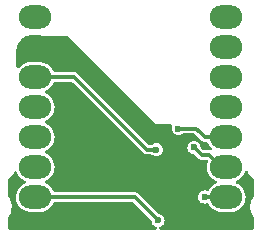
<source format=gbl>
G04 #@! TF.GenerationSoftware,KiCad,Pcbnew,(6.0.9)*
G04 #@! TF.CreationDate,2023-04-01T11:22:45+09:00*
G04 #@! TF.ProjectId,MainBoard,4d61696e-426f-4617-9264-2e6b69636164,rev?*
G04 #@! TF.SameCoordinates,Original*
G04 #@! TF.FileFunction,Copper,L2,Bot*
G04 #@! TF.FilePolarity,Positive*
%FSLAX46Y46*%
G04 Gerber Fmt 4.6, Leading zero omitted, Abs format (unit mm)*
G04 Created by KiCad (PCBNEW (6.0.9)) date 2023-04-01 11:22:45*
%MOMM*%
%LPD*%
G01*
G04 APERTURE LIST*
G04 #@! TA.AperFunction,SMDPad,CuDef*
%ADD10O,2.748280X1.998980*%
G04 #@! TD*
G04 #@! TA.AperFunction,ViaPad*
%ADD11C,0.600000*%
G04 #@! TD*
G04 #@! TA.AperFunction,Conductor*
%ADD12C,0.300000*%
G04 #@! TD*
G04 APERTURE END LIST*
D10*
X155101290Y-99172490D03*
X155101290Y-101712490D03*
X155101290Y-104252490D03*
X155101290Y-106792490D03*
X155101290Y-109332490D03*
X155101290Y-111872490D03*
X155101290Y-114412490D03*
X138936730Y-114412490D03*
X138936730Y-111872490D03*
X138936730Y-109332490D03*
X138936730Y-106792490D03*
X138936730Y-104252490D03*
X138936730Y-101712490D03*
X138936730Y-99172490D03*
D11*
X149174200Y-110399290D03*
X138023600Y-116444490D03*
X140690600Y-101331490D03*
X147853400Y-108722890D03*
X156819600Y-113142490D03*
X142849600Y-108824490D03*
X144246600Y-104252490D03*
X143230600Y-110729490D03*
X146786600Y-106792490D03*
X155803600Y-116190490D03*
X143738600Y-107046490D03*
X141706600Y-105268490D03*
X137261600Y-113142490D03*
X148310600Y-116698490D03*
X150926800Y-112024890D03*
X145897600Y-115301490D03*
X143230600Y-112888490D03*
X146024600Y-112888490D03*
X141198600Y-107808490D03*
X151053800Y-108621290D03*
X152374600Y-110221490D03*
X153289000Y-114412490D03*
X149326600Y-116393690D03*
D12*
X142214600Y-104252490D02*
X138936730Y-104252490D01*
X149174200Y-110399290D02*
X148361400Y-110399290D01*
X148361400Y-110399290D02*
X142214600Y-104252490D01*
X152552400Y-108621290D02*
X151053800Y-108621290D01*
X152882600Y-108951490D02*
X152552400Y-108621290D01*
X155101290Y-109332490D02*
X153263600Y-109332490D01*
X153263600Y-109332490D02*
X152882600Y-108951490D01*
X155101290Y-111872490D02*
X154660600Y-111872490D01*
X154660600Y-111872490D02*
X153644600Y-110856490D01*
X153644600Y-110856490D02*
X153009600Y-110856490D01*
X153009600Y-110856490D02*
X152374600Y-110221490D01*
X155101290Y-114412490D02*
X153289000Y-114412490D01*
X138936730Y-114412490D02*
X147345400Y-114412490D01*
X147345400Y-114412490D02*
X149326600Y-116393690D01*
G04 #@! TA.AperFunction,Conductor*
G36*
X137332407Y-112233363D02*
G01*
X137377284Y-112288378D01*
X137381595Y-112300238D01*
X137396354Y-112348214D01*
X137398924Y-112353194D01*
X137398926Y-112353198D01*
X137496450Y-112542147D01*
X137499021Y-112547128D01*
X137635290Y-112724717D01*
X137655672Y-112743263D01*
X137796707Y-112871595D01*
X137796710Y-112871597D01*
X137800854Y-112875368D01*
X137805606Y-112878349D01*
X137985723Y-112991337D01*
X137985727Y-112991339D01*
X137990479Y-112994320D01*
X138067043Y-113025099D01*
X138122785Y-113069063D01*
X138145910Y-113136188D01*
X138129073Y-113205159D01*
X138074288Y-113255730D01*
X138005436Y-113288571D01*
X137921167Y-113328765D01*
X137916606Y-113332042D01*
X137916605Y-113332043D01*
X137808657Y-113409612D01*
X137739385Y-113459389D01*
X137583607Y-113620138D01*
X137580480Y-113624792D01*
X137461884Y-113801281D01*
X137461881Y-113801286D01*
X137458758Y-113805934D01*
X137368784Y-114010901D01*
X137367475Y-114016352D01*
X137367474Y-114016356D01*
X137346442Y-114103963D01*
X137316528Y-114228563D01*
X137316205Y-114234168D01*
X137306395Y-114404302D01*
X137303642Y-114452038D01*
X137330534Y-114674263D01*
X137396354Y-114888214D01*
X137398924Y-114893194D01*
X137398926Y-114893198D01*
X137479139Y-115048608D01*
X137499021Y-115087128D01*
X137635290Y-115264717D01*
X137639439Y-115268492D01*
X137796707Y-115411595D01*
X137796710Y-115411597D01*
X137800854Y-115415368D01*
X137805606Y-115418349D01*
X137985723Y-115531337D01*
X137985727Y-115531339D01*
X137990479Y-115534320D01*
X138198172Y-115617812D01*
X138417367Y-115663205D01*
X138421978Y-115663471D01*
X138421979Y-115663471D01*
X138472344Y-115666375D01*
X138472348Y-115666375D01*
X138474167Y-115666480D01*
X139368176Y-115666480D01*
X139370963Y-115666231D01*
X139370969Y-115666231D01*
X139440195Y-115660052D01*
X139534340Y-115651650D01*
X139750253Y-115592583D01*
X139755311Y-115590171D01*
X139755315Y-115590169D01*
X139947226Y-115498632D01*
X139947227Y-115498631D01*
X139952293Y-115496215D01*
X140060655Y-115418349D01*
X140129515Y-115368868D01*
X140129517Y-115368866D01*
X140134075Y-115365591D01*
X140289853Y-115204842D01*
X140372300Y-115082147D01*
X140411576Y-115023699D01*
X140411579Y-115023694D01*
X140414702Y-115019046D01*
X140416958Y-115013907D01*
X140470321Y-114892344D01*
X140516017Y-114838009D01*
X140585694Y-114816990D01*
X147125660Y-114816990D01*
X147193781Y-114836992D01*
X147214755Y-114853895D01*
X148739006Y-116378146D01*
X148773032Y-116440458D01*
X148774832Y-116450789D01*
X148786372Y-116538444D01*
X148842245Y-116673332D01*
X148931126Y-116789164D01*
X148937676Y-116794190D01*
X148937679Y-116794193D01*
X149040404Y-116873017D01*
X149046957Y-116878045D01*
X149151709Y-116921435D01*
X149166547Y-116927581D01*
X149221828Y-116972129D01*
X149244249Y-117039493D01*
X149226691Y-117108284D01*
X149174729Y-117156662D01*
X149118329Y-117169990D01*
X136752600Y-117169990D01*
X136684479Y-117149988D01*
X136637986Y-117096332D01*
X136626600Y-117043990D01*
X136626600Y-116156867D01*
X136646602Y-116088746D01*
X136651511Y-116081654D01*
X136673961Y-116051481D01*
X136739273Y-115963698D01*
X136766913Y-115909335D01*
X136844939Y-115755868D01*
X136844939Y-115755867D01*
X136847358Y-115751110D01*
X136897332Y-115590169D01*
X136916496Y-115528452D01*
X136916497Y-115528446D01*
X136918080Y-115523349D01*
X136949415Y-115286928D01*
X136940468Y-115048608D01*
X136891495Y-114815202D01*
X136889538Y-114810246D01*
X136889536Y-114810240D01*
X136805854Y-114598346D01*
X136803895Y-114593385D01*
X136699094Y-114420678D01*
X136682942Y-114394060D01*
X136682940Y-114394057D01*
X136680174Y-114389499D01*
X136657435Y-114363294D01*
X136627895Y-114298736D01*
X136626600Y-114280714D01*
X136626600Y-112969986D01*
X136646602Y-112901865D01*
X136669522Y-112875254D01*
X136813383Y-112749091D01*
X136813385Y-112749089D01*
X136816482Y-112746373D01*
X136972102Y-112568921D01*
X137103228Y-112372675D01*
X137148160Y-112281559D01*
X137196226Y-112229313D01*
X137264911Y-112211345D01*
X137332407Y-112233363D01*
G37*
G04 #@! TD.AperFunction*
G04 #@! TA.AperFunction,Conductor*
G36*
X141682060Y-100790992D02*
G01*
X141703034Y-100807895D01*
X149041081Y-108145942D01*
X149042837Y-108147976D01*
X149045175Y-108152759D01*
X149053704Y-108160671D01*
X149053705Y-108160672D01*
X149081077Y-108186063D01*
X149084482Y-108189343D01*
X149097877Y-108202738D01*
X149101847Y-108205462D01*
X149104495Y-108207787D01*
X149127246Y-108228891D01*
X149138053Y-108233203D01*
X149142038Y-108235722D01*
X149152847Y-108241494D01*
X149157152Y-108243401D01*
X149166746Y-108249983D01*
X149190699Y-108255667D01*
X149190736Y-108255676D01*
X149208332Y-108261241D01*
X149231222Y-108270373D01*
X149237515Y-108270990D01*
X149240597Y-108270990D01*
X149243667Y-108271140D01*
X149243656Y-108271356D01*
X149255031Y-108272688D01*
X149264345Y-108273143D01*
X149275666Y-108275830D01*
X149287195Y-108274261D01*
X149287196Y-108274261D01*
X149302773Y-108272141D01*
X149319764Y-108270990D01*
X150410139Y-108270990D01*
X150478260Y-108290992D01*
X150524753Y-108344648D01*
X150534857Y-108414922D01*
X150526548Y-108445208D01*
X150516732Y-108468907D01*
X150513572Y-108476536D01*
X150512495Y-108484720D01*
X150512494Y-108484722D01*
X150502862Y-108557885D01*
X150494515Y-108621290D01*
X150513572Y-108766044D01*
X150516731Y-108773670D01*
X150556439Y-108869532D01*
X150569445Y-108900932D01*
X150658326Y-109016764D01*
X150664876Y-109021790D01*
X150664879Y-109021793D01*
X150767604Y-109100617D01*
X150774157Y-109105645D01*
X150909046Y-109161518D01*
X151053800Y-109180575D01*
X151061988Y-109179497D01*
X151190366Y-109162596D01*
X151198554Y-109161518D01*
X151333443Y-109105645D01*
X151385950Y-109065355D01*
X151403578Y-109051828D01*
X151469798Y-109026227D01*
X151480282Y-109025790D01*
X152332660Y-109025790D01*
X152400781Y-109045792D01*
X152421755Y-109062695D01*
X152574065Y-109215005D01*
X152932274Y-109573213D01*
X153022877Y-109663816D01*
X153042764Y-109673949D01*
X153059622Y-109684281D01*
X153077671Y-109697394D01*
X153087106Y-109700459D01*
X153087107Y-109700460D01*
X153098896Y-109704291D01*
X153117160Y-109711856D01*
X153137045Y-109721988D01*
X153158569Y-109725397D01*
X153159093Y-109725480D01*
X153178318Y-109730096D01*
X153187733Y-109733155D01*
X153199534Y-109736989D01*
X153231762Y-109736989D01*
X153231766Y-109736990D01*
X153447718Y-109736990D01*
X153515839Y-109756992D01*
X153559168Y-109809115D01*
X153560914Y-109808214D01*
X153654116Y-109988789D01*
X153663581Y-110007128D01*
X153799850Y-110184717D01*
X153803999Y-110188492D01*
X153869872Y-110248432D01*
X153906795Y-110309073D01*
X153905072Y-110380048D01*
X153865250Y-110438825D01*
X153799972Y-110466742D01*
X153765360Y-110466074D01*
X153749110Y-110463500D01*
X153729887Y-110458885D01*
X153718100Y-110455055D01*
X153718098Y-110455055D01*
X153708666Y-110451990D01*
X153229340Y-110451990D01*
X153161219Y-110431988D01*
X153140244Y-110415085D01*
X152962193Y-110237033D01*
X152928168Y-110174721D01*
X152926367Y-110164384D01*
X152915906Y-110084922D01*
X152915905Y-110084920D01*
X152914828Y-110076736D01*
X152878399Y-109988789D01*
X152862115Y-109949476D01*
X152862114Y-109949474D01*
X152858955Y-109941848D01*
X152794604Y-109857984D01*
X152775101Y-109832567D01*
X152775100Y-109832566D01*
X152770074Y-109826016D01*
X152763524Y-109820990D01*
X152763521Y-109820987D01*
X152660796Y-109742163D01*
X152660794Y-109742162D01*
X152654243Y-109737135D01*
X152519354Y-109681262D01*
X152374600Y-109662205D01*
X152366412Y-109663283D01*
X152238032Y-109680184D01*
X152238030Y-109680185D01*
X152229846Y-109681262D01*
X152190900Y-109697394D01*
X152102586Y-109733975D01*
X152102584Y-109733976D01*
X152094958Y-109737135D01*
X151979126Y-109826016D01*
X151890245Y-109941848D01*
X151887086Y-109949474D01*
X151887085Y-109949476D01*
X151870801Y-109988789D01*
X151834372Y-110076736D01*
X151833295Y-110084920D01*
X151833294Y-110084922D01*
X151822833Y-110164384D01*
X151815315Y-110221490D01*
X151816393Y-110229678D01*
X151830700Y-110338349D01*
X151834372Y-110366244D01*
X151837531Y-110373870D01*
X151883603Y-110485096D01*
X151890245Y-110501132D01*
X151979126Y-110616964D01*
X151985676Y-110621990D01*
X151985679Y-110621993D01*
X152077431Y-110692397D01*
X152094957Y-110705845D01*
X152229846Y-110761718D01*
X152317494Y-110773257D01*
X152382421Y-110801979D01*
X152390143Y-110809083D01*
X152538558Y-110957497D01*
X152768877Y-111187816D01*
X152777708Y-111192316D01*
X152777710Y-111192317D01*
X152779840Y-111193402D01*
X152788760Y-111197947D01*
X152805613Y-111208274D01*
X152823671Y-111221395D01*
X152844895Y-111228291D01*
X152863161Y-111235856D01*
X152883045Y-111245988D01*
X152892838Y-111247539D01*
X152905087Y-111249479D01*
X152924313Y-111254095D01*
X152936100Y-111257925D01*
X152936102Y-111257925D01*
X152945534Y-111260990D01*
X153424860Y-111260990D01*
X153492981Y-111280992D01*
X153513955Y-111297895D01*
X153519315Y-111303255D01*
X153553341Y-111365567D01*
X153545593Y-111442996D01*
X153535601Y-111465759D01*
X153533344Y-111470901D01*
X153481088Y-111688563D01*
X153480765Y-111694168D01*
X153472440Y-111838549D01*
X153468202Y-111912038D01*
X153495094Y-112134263D01*
X153560914Y-112348214D01*
X153563484Y-112353194D01*
X153563486Y-112353198D01*
X153661010Y-112542147D01*
X153663581Y-112547128D01*
X153799850Y-112724717D01*
X153820232Y-112743263D01*
X153961267Y-112871595D01*
X153961270Y-112871597D01*
X153965414Y-112875368D01*
X153970166Y-112878349D01*
X154150283Y-112991337D01*
X154150287Y-112991339D01*
X154155039Y-112994320D01*
X154231603Y-113025099D01*
X154287345Y-113069063D01*
X154310470Y-113136188D01*
X154293633Y-113205159D01*
X154238848Y-113255730D01*
X154169996Y-113288571D01*
X154085727Y-113328765D01*
X154081166Y-113332042D01*
X154081165Y-113332043D01*
X153973217Y-113409612D01*
X153903945Y-113459389D01*
X153748167Y-113620138D01*
X153745040Y-113624792D01*
X153626444Y-113801281D01*
X153626441Y-113801286D01*
X153623318Y-113805934D01*
X153621065Y-113811067D01*
X153621062Y-113811072D01*
X153619111Y-113815517D01*
X153573414Y-113869852D01*
X153505596Y-113890855D01*
X153455522Y-113881278D01*
X153441387Y-113875423D01*
X153441380Y-113875421D01*
X153433754Y-113872262D01*
X153289000Y-113853205D01*
X153280812Y-113854283D01*
X153152432Y-113871184D01*
X153152430Y-113871185D01*
X153144246Y-113872262D01*
X153136619Y-113875421D01*
X153136620Y-113875421D01*
X153016986Y-113924975D01*
X153016984Y-113924976D01*
X153009358Y-113928135D01*
X152991122Y-113942128D01*
X152901295Y-114011055D01*
X152893526Y-114017016D01*
X152804645Y-114132848D01*
X152748772Y-114267736D01*
X152747695Y-114275920D01*
X152747694Y-114275922D01*
X152734183Y-114378549D01*
X152729715Y-114412490D01*
X152730793Y-114420678D01*
X152734922Y-114452038D01*
X152748772Y-114557244D01*
X152804645Y-114692132D01*
X152893526Y-114807964D01*
X152900076Y-114812990D01*
X152900079Y-114812993D01*
X153002804Y-114891817D01*
X153009357Y-114896845D01*
X153144246Y-114952718D01*
X153289000Y-114971775D01*
X153297188Y-114970697D01*
X153425568Y-114953796D01*
X153425570Y-114953795D01*
X153433754Y-114952718D01*
X153441384Y-114949558D01*
X153441386Y-114949557D01*
X153458903Y-114942302D01*
X153529493Y-114934713D01*
X153592979Y-114966493D01*
X153619086Y-115000921D01*
X153643699Y-115048608D01*
X153663581Y-115087128D01*
X153799850Y-115264717D01*
X153803999Y-115268492D01*
X153961267Y-115411595D01*
X153961270Y-115411597D01*
X153965414Y-115415368D01*
X153970166Y-115418349D01*
X154150283Y-115531337D01*
X154150287Y-115531339D01*
X154155039Y-115534320D01*
X154362732Y-115617812D01*
X154581927Y-115663205D01*
X154586538Y-115663471D01*
X154586539Y-115663471D01*
X154636904Y-115666375D01*
X154636908Y-115666375D01*
X154638727Y-115666480D01*
X155532736Y-115666480D01*
X155535523Y-115666231D01*
X155535529Y-115666231D01*
X155604755Y-115660052D01*
X155698900Y-115651650D01*
X155914813Y-115592583D01*
X155919871Y-115590171D01*
X155919875Y-115590169D01*
X156111786Y-115498632D01*
X156111787Y-115498631D01*
X156116853Y-115496215D01*
X156225215Y-115418349D01*
X156294075Y-115368868D01*
X156294077Y-115368866D01*
X156298635Y-115365591D01*
X156454413Y-115204842D01*
X156536860Y-115082147D01*
X156576136Y-115023699D01*
X156576139Y-115023694D01*
X156579262Y-115019046D01*
X156669236Y-114814079D01*
X156721492Y-114596417D01*
X156728362Y-114477282D01*
X156734055Y-114378549D01*
X156734055Y-114378546D01*
X156734378Y-114372942D01*
X156707486Y-114150717D01*
X156641666Y-113936766D01*
X156637518Y-113928728D01*
X156541570Y-113742833D01*
X156541569Y-113742832D01*
X156538999Y-113737852D01*
X156402730Y-113560263D01*
X156338919Y-113502199D01*
X156241313Y-113413385D01*
X156241310Y-113413383D01*
X156237166Y-113409612D01*
X156113511Y-113332043D01*
X156052297Y-113293643D01*
X156052293Y-113293641D01*
X156047541Y-113290660D01*
X155970977Y-113259881D01*
X155915235Y-113215917D01*
X155892110Y-113148792D01*
X155908947Y-113079821D01*
X155963732Y-113029250D01*
X156111786Y-112958632D01*
X156111787Y-112958631D01*
X156116853Y-112956215D01*
X156170725Y-112917504D01*
X156294075Y-112828868D01*
X156294077Y-112828866D01*
X156298635Y-112825591D01*
X156378417Y-112743263D01*
X156450510Y-112668870D01*
X156450512Y-112668867D01*
X156454413Y-112664842D01*
X156521173Y-112565492D01*
X156576136Y-112483699D01*
X156576139Y-112483694D01*
X156579262Y-112479046D01*
X156669236Y-112274079D01*
X156673042Y-112258226D01*
X156708394Y-112196657D01*
X156771421Y-112163974D01*
X156842112Y-112170555D01*
X156898023Y-112214309D01*
X156908567Y-112231912D01*
X156977980Y-112372670D01*
X157109106Y-112568915D01*
X157264726Y-112746366D01*
X157267823Y-112749082D01*
X157267825Y-112749084D01*
X157411678Y-112875240D01*
X157449705Y-112935194D01*
X157454600Y-112969972D01*
X157454600Y-114284113D01*
X157434598Y-114352234D01*
X157429694Y-114359318D01*
X157341927Y-114477282D01*
X157339511Y-114482033D01*
X157339509Y-114482037D01*
X157282897Y-114593385D01*
X157233842Y-114689870D01*
X157199207Y-114801413D01*
X157164704Y-114912528D01*
X157164703Y-114912534D01*
X157163120Y-114917631D01*
X157131785Y-115154052D01*
X157140732Y-115392372D01*
X157189705Y-115625778D01*
X157191662Y-115630734D01*
X157191664Y-115630740D01*
X157205779Y-115666480D01*
X157277305Y-115847595D01*
X157401026Y-116051481D01*
X157404521Y-116055509D01*
X157404522Y-116055510D01*
X157423765Y-116077685D01*
X157453305Y-116142244D01*
X157454600Y-116160266D01*
X157454600Y-117043990D01*
X157434598Y-117112111D01*
X157380942Y-117158604D01*
X157328600Y-117169990D01*
X149534871Y-117169990D01*
X149466750Y-117149988D01*
X149420257Y-117096332D01*
X149410153Y-117026058D01*
X149439647Y-116961478D01*
X149486653Y-116927581D01*
X149501491Y-116921435D01*
X149606243Y-116878045D01*
X149612796Y-116873017D01*
X149715521Y-116794193D01*
X149715524Y-116794190D01*
X149722074Y-116789164D01*
X149810955Y-116673332D01*
X149866828Y-116538444D01*
X149885885Y-116393690D01*
X149866828Y-116248936D01*
X149830099Y-116160266D01*
X149814115Y-116121676D01*
X149814114Y-116121674D01*
X149810955Y-116114048D01*
X149722074Y-115998216D01*
X149715524Y-115993190D01*
X149715521Y-115993187D01*
X149612796Y-115914363D01*
X149612794Y-115914362D01*
X149606243Y-115909335D01*
X149471354Y-115853462D01*
X149383704Y-115841923D01*
X149318778Y-115813201D01*
X149311056Y-115806096D01*
X147608915Y-114103955D01*
X147608911Y-114103952D01*
X147586123Y-114081164D01*
X147566244Y-114071035D01*
X147549389Y-114060706D01*
X147539353Y-114053415D01*
X147531329Y-114047585D01*
X147510104Y-114040689D01*
X147491838Y-114033123D01*
X147471955Y-114022992D01*
X147449913Y-114019501D01*
X147430687Y-114014885D01*
X147418900Y-114011055D01*
X147418898Y-114011055D01*
X147409466Y-114007990D01*
X140590302Y-114007990D01*
X140522181Y-113987988D01*
X140478852Y-113935865D01*
X140477106Y-113936766D01*
X140377010Y-113742833D01*
X140377009Y-113742832D01*
X140374439Y-113737852D01*
X140238170Y-113560263D01*
X140174359Y-113502199D01*
X140076753Y-113413385D01*
X140076750Y-113413383D01*
X140072606Y-113409612D01*
X139948951Y-113332043D01*
X139887737Y-113293643D01*
X139887733Y-113293641D01*
X139882981Y-113290660D01*
X139806417Y-113259881D01*
X139750675Y-113215917D01*
X139727550Y-113148792D01*
X139744387Y-113079821D01*
X139799172Y-113029250D01*
X139947226Y-112958632D01*
X139947227Y-112958631D01*
X139952293Y-112956215D01*
X140006165Y-112917504D01*
X140129515Y-112828868D01*
X140129517Y-112828866D01*
X140134075Y-112825591D01*
X140213857Y-112743263D01*
X140285950Y-112668870D01*
X140285952Y-112668867D01*
X140289853Y-112664842D01*
X140356613Y-112565492D01*
X140411576Y-112483699D01*
X140411579Y-112483694D01*
X140414702Y-112479046D01*
X140504676Y-112274079D01*
X140514800Y-112231912D01*
X140555622Y-112061874D01*
X140555622Y-112061873D01*
X140556932Y-112056417D01*
X140565257Y-111912038D01*
X140569495Y-111838549D01*
X140569495Y-111838546D01*
X140569818Y-111832942D01*
X140542926Y-111610717D01*
X140477106Y-111396766D01*
X140428842Y-111303255D01*
X140377010Y-111202833D01*
X140377009Y-111202832D01*
X140374439Y-111197852D01*
X140238170Y-111020263D01*
X140174359Y-110962199D01*
X140076753Y-110873385D01*
X140076750Y-110873383D01*
X140072606Y-110869612D01*
X139976115Y-110809083D01*
X139887737Y-110753643D01*
X139887733Y-110753641D01*
X139882981Y-110750660D01*
X139806417Y-110719881D01*
X139750675Y-110675917D01*
X139727550Y-110608792D01*
X139744387Y-110539821D01*
X139799172Y-110489250D01*
X139947226Y-110418632D01*
X139947227Y-110418631D01*
X139952293Y-110416215D01*
X139975847Y-110399290D01*
X140129515Y-110288868D01*
X140129517Y-110288866D01*
X140134075Y-110285591D01*
X140236143Y-110180266D01*
X140285950Y-110128870D01*
X140285952Y-110128867D01*
X140289853Y-110124842D01*
X140344958Y-110042837D01*
X140411576Y-109943699D01*
X140411579Y-109943694D01*
X140414702Y-109939046D01*
X140504676Y-109734079D01*
X140506741Y-109725480D01*
X140555622Y-109521874D01*
X140555622Y-109521873D01*
X140556932Y-109516417D01*
X140569818Y-109292942D01*
X140542926Y-109070717D01*
X140477106Y-108856766D01*
X140374439Y-108657852D01*
X140238170Y-108480263D01*
X140166361Y-108414922D01*
X140076753Y-108333385D01*
X140076750Y-108333383D01*
X140072606Y-108329612D01*
X140009402Y-108289964D01*
X139887737Y-108213643D01*
X139887733Y-108213641D01*
X139882981Y-108210660D01*
X139806417Y-108179881D01*
X139750675Y-108135917D01*
X139727550Y-108068792D01*
X139744387Y-107999821D01*
X139799172Y-107949250D01*
X139947226Y-107878632D01*
X139947227Y-107878631D01*
X139952293Y-107876215D01*
X140053520Y-107803476D01*
X140129515Y-107748868D01*
X140129517Y-107748866D01*
X140134075Y-107745591D01*
X140289853Y-107584842D01*
X140368953Y-107467128D01*
X140411576Y-107403699D01*
X140411579Y-107403694D01*
X140414702Y-107399046D01*
X140504676Y-107194079D01*
X140529998Y-107088608D01*
X140555622Y-106981874D01*
X140555622Y-106981873D01*
X140556932Y-106976417D01*
X140569818Y-106752942D01*
X140542926Y-106530717D01*
X140477106Y-106316766D01*
X140374439Y-106117852D01*
X140238170Y-105940263D01*
X140174359Y-105882199D01*
X140076753Y-105793385D01*
X140076750Y-105793383D01*
X140072606Y-105789612D01*
X139948951Y-105712043D01*
X139887737Y-105673643D01*
X139887733Y-105673641D01*
X139882981Y-105670660D01*
X139806417Y-105639881D01*
X139750675Y-105595917D01*
X139727550Y-105528792D01*
X139744387Y-105459821D01*
X139799172Y-105409250D01*
X139947226Y-105338632D01*
X139947227Y-105338631D01*
X139952293Y-105336215D01*
X140060655Y-105258349D01*
X140129515Y-105208868D01*
X140129517Y-105208866D01*
X140134075Y-105205591D01*
X140289853Y-105044842D01*
X140368953Y-104927128D01*
X140411576Y-104863699D01*
X140411579Y-104863694D01*
X140414702Y-104859046D01*
X140416958Y-104853907D01*
X140470321Y-104732344D01*
X140516017Y-104678009D01*
X140585694Y-104656990D01*
X141994860Y-104656990D01*
X142062981Y-104676992D01*
X142083955Y-104693895D01*
X148097885Y-110707825D01*
X148097889Y-110707828D01*
X148120677Y-110730616D01*
X148140554Y-110740744D01*
X148157411Y-110751074D01*
X148175471Y-110764195D01*
X148184904Y-110767260D01*
X148196695Y-110771091D01*
X148214961Y-110778656D01*
X148234845Y-110788788D01*
X148244638Y-110790339D01*
X148256887Y-110792279D01*
X148276113Y-110796895D01*
X148287900Y-110800725D01*
X148287902Y-110800725D01*
X148297334Y-110803790D01*
X148747718Y-110803790D01*
X148815839Y-110823792D01*
X148824422Y-110829828D01*
X148894557Y-110883645D01*
X149029446Y-110939518D01*
X149174200Y-110958575D01*
X149182388Y-110957497D01*
X149310766Y-110940596D01*
X149318954Y-110939518D01*
X149453843Y-110883645D01*
X149476016Y-110866631D01*
X149563121Y-110799793D01*
X149563124Y-110799790D01*
X149569674Y-110794764D01*
X149577714Y-110784287D01*
X149636382Y-110707828D01*
X149658555Y-110678932D01*
X149682231Y-110621775D01*
X149711269Y-110551670D01*
X149714428Y-110544044D01*
X149716401Y-110529063D01*
X149732407Y-110407478D01*
X149733485Y-110399290D01*
X149718948Y-110288868D01*
X149715506Y-110262722D01*
X149715505Y-110262720D01*
X149714428Y-110254536D01*
X149680449Y-110172505D01*
X149661715Y-110127276D01*
X149661714Y-110127274D01*
X149658555Y-110119648D01*
X149569674Y-110003816D01*
X149563124Y-109998790D01*
X149563121Y-109998787D01*
X149460396Y-109919963D01*
X149460394Y-109919962D01*
X149453843Y-109914935D01*
X149318954Y-109859062D01*
X149174200Y-109840005D01*
X149166012Y-109841083D01*
X149037632Y-109857984D01*
X149037630Y-109857985D01*
X149029446Y-109859062D01*
X148894558Y-109914935D01*
X148824420Y-109968754D01*
X148758201Y-109994353D01*
X148747718Y-109994790D01*
X148581140Y-109994790D01*
X148513019Y-109974788D01*
X148492045Y-109957885D01*
X142478115Y-103943955D01*
X142478111Y-103943952D01*
X142455323Y-103921164D01*
X142435444Y-103911035D01*
X142418589Y-103900706D01*
X142408553Y-103893415D01*
X142400529Y-103887585D01*
X142379304Y-103880689D01*
X142361038Y-103873123D01*
X142341155Y-103862992D01*
X142319113Y-103859501D01*
X142299887Y-103854885D01*
X142288100Y-103851055D01*
X142288098Y-103851055D01*
X142278666Y-103847990D01*
X140590302Y-103847990D01*
X140522181Y-103827988D01*
X140478852Y-103775865D01*
X140477106Y-103776766D01*
X140377010Y-103582833D01*
X140377009Y-103582832D01*
X140374439Y-103577852D01*
X140238170Y-103400263D01*
X140174359Y-103342199D01*
X140076753Y-103253385D01*
X140076750Y-103253383D01*
X140072606Y-103249612D01*
X139948951Y-103172043D01*
X139887737Y-103133643D01*
X139887733Y-103133641D01*
X139882981Y-103130660D01*
X139675288Y-103047168D01*
X139456093Y-103001775D01*
X139451482Y-103001509D01*
X139451481Y-103001509D01*
X139401116Y-102998605D01*
X139401112Y-102998605D01*
X139399293Y-102998500D01*
X138505284Y-102998500D01*
X138502497Y-102998749D01*
X138502491Y-102998749D01*
X138433265Y-103004928D01*
X138339120Y-103013330D01*
X138123207Y-103072397D01*
X138118149Y-103074809D01*
X138118145Y-103074811D01*
X137926234Y-103166348D01*
X137921167Y-103168765D01*
X137916606Y-103172042D01*
X137916605Y-103172043D01*
X137808657Y-103249612D01*
X137739385Y-103299389D01*
X137735480Y-103303419D01*
X137602518Y-103440624D01*
X137583607Y-103460138D01*
X137580481Y-103464790D01*
X137580477Y-103464795D01*
X137571681Y-103477885D01*
X137517085Y-103523269D01*
X137446619Y-103531932D01*
X137382655Y-103501123D01*
X137345502Y-103440624D01*
X137341100Y-103407608D01*
X137341100Y-102007810D01*
X137343014Y-101985930D01*
X137343822Y-101981348D01*
X137343822Y-101981346D01*
X137345736Y-101970492D01*
X137343822Y-101959636D01*
X137343822Y-101948615D01*
X137344379Y-101948615D01*
X137343788Y-101936337D01*
X137355091Y-101792730D01*
X137358185Y-101773202D01*
X137397495Y-101609469D01*
X137403600Y-101590678D01*
X137468047Y-101435090D01*
X137477022Y-101417477D01*
X137565005Y-101273904D01*
X137576626Y-101257909D01*
X137685991Y-101129860D01*
X137699966Y-101115885D01*
X137828021Y-101006515D01*
X137844004Y-100994904D01*
X137987585Y-100906919D01*
X138005200Y-100897943D01*
X138160782Y-100833499D01*
X138179576Y-100827393D01*
X138261447Y-100807738D01*
X138343316Y-100788083D01*
X138362842Y-100784990D01*
X138506488Y-100773685D01*
X138518723Y-100774274D01*
X138518723Y-100773712D01*
X138529744Y-100773712D01*
X138540600Y-100775626D01*
X138556037Y-100772904D01*
X138577917Y-100770990D01*
X141613939Y-100770990D01*
X141682060Y-100790992D01*
G37*
G04 #@! TD.AperFunction*
M02*

</source>
